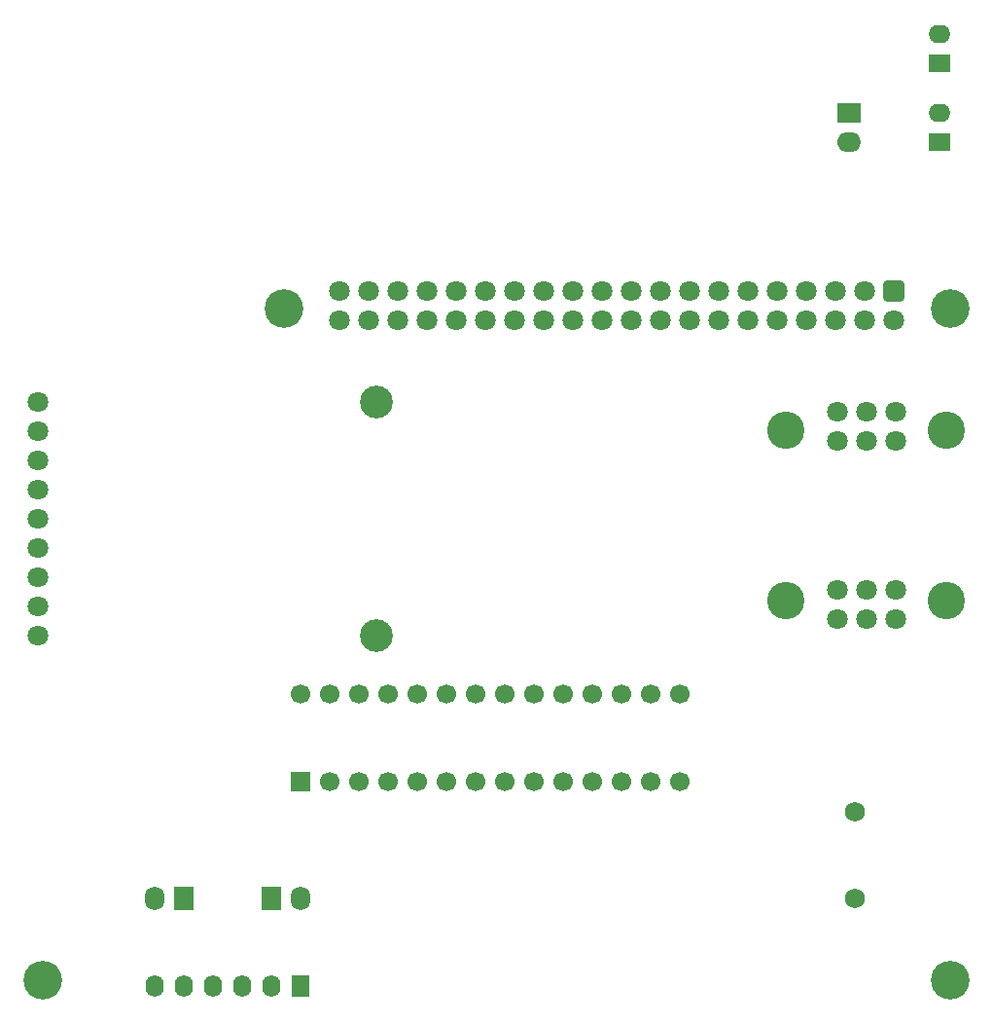
<source format=gbs>
G04*
G04 #@! TF.GenerationSoftware,Altium Limited,Altium Designer,24.0.1 (36)*
G04*
G04 Layer_Color=16711935*
%FSLAX25Y25*%
%MOIN*%
G70*
G04*
G04 #@! TF.SameCoordinates,8BFE6F63-70C4-421D-ACC2-915F9C03592B*
G04*
G04*
G04 #@! TF.FilePolarity,Negative*
G04*
G01*
G75*
%ADD69C,0.12795*%
%ADD70C,0.07087*%
%ADD71O,0.06693X0.08268*%
%ADD72R,0.06693X0.08268*%
%ADD73O,0.06299X0.07480*%
G04:AMPARAMS|DCode=74|XSize=62.99mil|YSize=74.8mil|CornerRadius=9.35mil|HoleSize=0mil|Usage=FLASHONLY|Rotation=180.000|XOffset=0mil|YOffset=0mil|HoleType=Round|Shape=RoundedRectangle|*
%AMROUNDEDRECTD74*
21,1,0.06299,0.05610,0,0,180.0*
21,1,0.04429,0.07480,0,0,180.0*
1,1,0.01870,-0.02215,0.02805*
1,1,0.01870,0.02215,0.02805*
1,1,0.01870,0.02215,-0.02805*
1,1,0.01870,-0.02215,-0.02805*
%
%ADD74ROUNDEDRECTD74*%
G04:AMPARAMS|DCode=75|XSize=70.87mil|YSize=70.87mil|CornerRadius=10.34mil|HoleSize=0mil|Usage=FLASHONLY|Rotation=180.000|XOffset=0mil|YOffset=0mil|HoleType=Round|Shape=RoundedRectangle|*
%AMROUNDEDRECTD75*
21,1,0.07087,0.05020,0,0,180.0*
21,1,0.05020,0.07087,0,0,180.0*
1,1,0.02067,-0.02510,0.02510*
1,1,0.02067,0.02510,0.02510*
1,1,0.02067,0.02510,-0.02510*
1,1,0.02067,-0.02510,-0.02510*
%
%ADD75ROUNDEDRECTD75*%
%ADD76C,0.11236*%
%ADD77C,0.13205*%
%ADD78C,0.06906*%
%ADD79C,0.06693*%
%ADD80R,0.06693X0.06693*%
%ADD81O,0.08268X0.06693*%
%ADD82R,0.08268X0.06693*%
%ADD83O,0.07480X0.06299*%
G04:AMPARAMS|DCode=84|XSize=62.99mil|YSize=74.8mil|CornerRadius=7.87mil|HoleSize=0mil|Usage=FLASHONLY|Rotation=90.000|XOffset=0mil|YOffset=0mil|HoleType=Round|Shape=RoundedRectangle|*
%AMROUNDEDRECTD84*
21,1,0.06299,0.05906,0,0,90.0*
21,1,0.04724,0.07480,0,0,90.0*
1,1,0.01575,0.02953,0.02362*
1,1,0.01575,0.02953,-0.02362*
1,1,0.01575,-0.02953,-0.02362*
1,1,0.01575,-0.02953,0.02362*
%
%ADD84ROUNDEDRECTD84*%
D69*
X266430Y142020D02*
D03*
Y200091D02*
D03*
X321549D02*
D03*
Y142020D02*
D03*
D70*
X283990Y196567D02*
D03*
X303990D02*
D03*
X293989D02*
D03*
X303990Y206567D02*
D03*
X293989D02*
D03*
X283990D02*
D03*
Y145543D02*
D03*
X293989D02*
D03*
X303990D02*
D03*
X283990Y135543D02*
D03*
X293989D02*
D03*
X303990D02*
D03*
X113504Y237788D02*
D03*
X123504D02*
D03*
X133504D02*
D03*
X143504D02*
D03*
X153504D02*
D03*
X163504D02*
D03*
X173504D02*
D03*
X183504D02*
D03*
X193504D02*
D03*
X203504D02*
D03*
X213504D02*
D03*
X223504D02*
D03*
X233504D02*
D03*
X243504D02*
D03*
X253504D02*
D03*
X263504D02*
D03*
X273504D02*
D03*
X283504D02*
D03*
X293504D02*
D03*
X303504D02*
D03*
X113504Y247787D02*
D03*
X123504D02*
D03*
X133504D02*
D03*
X143504D02*
D03*
X153504D02*
D03*
X163504D02*
D03*
X173504D02*
D03*
X183504D02*
D03*
X193504D02*
D03*
X203504D02*
D03*
X213504D02*
D03*
X223504D02*
D03*
X233504D02*
D03*
X243504D02*
D03*
X253504D02*
D03*
X263504D02*
D03*
X273504D02*
D03*
X283504D02*
D03*
X293504D02*
D03*
X10000Y130000D02*
D03*
Y140000D02*
D03*
Y150000D02*
D03*
Y160000D02*
D03*
Y170000D02*
D03*
Y180000D02*
D03*
Y190000D02*
D03*
Y200000D02*
D03*
Y210000D02*
D03*
D71*
X100000Y40000D02*
D03*
X50000D02*
D03*
D72*
X90000D02*
D03*
X60000D02*
D03*
D73*
X50000Y10000D02*
D03*
X60000D02*
D03*
X70000D02*
D03*
X80000D02*
D03*
X90000D02*
D03*
D74*
X100000D02*
D03*
D75*
X303504Y247787D02*
D03*
D76*
X125945Y130000D02*
D03*
Y210000D02*
D03*
D77*
X322677Y241803D02*
D03*
X322835Y11811D02*
D03*
X11811D02*
D03*
X94331Y241803D02*
D03*
D78*
X290000Y40000D02*
D03*
Y69528D02*
D03*
D79*
X230000Y110000D02*
D03*
X220000D02*
D03*
X210000D02*
D03*
X200000D02*
D03*
X190000D02*
D03*
X180000D02*
D03*
X170000D02*
D03*
X160000D02*
D03*
X150000D02*
D03*
X140000D02*
D03*
X130000D02*
D03*
X120000D02*
D03*
X110000D02*
D03*
X100000D02*
D03*
X230000Y80000D02*
D03*
X220000D02*
D03*
X210000D02*
D03*
X200000D02*
D03*
X190000D02*
D03*
X180000D02*
D03*
X170000D02*
D03*
X160000D02*
D03*
X150000D02*
D03*
X140000D02*
D03*
X130000D02*
D03*
X120000D02*
D03*
X110000D02*
D03*
D80*
X100000D02*
D03*
D81*
X288000Y299000D02*
D03*
D82*
Y309000D02*
D03*
D83*
X319000Y309000D02*
D03*
Y336000D02*
D03*
D84*
Y299000D02*
D03*
Y326000D02*
D03*
M02*

</source>
